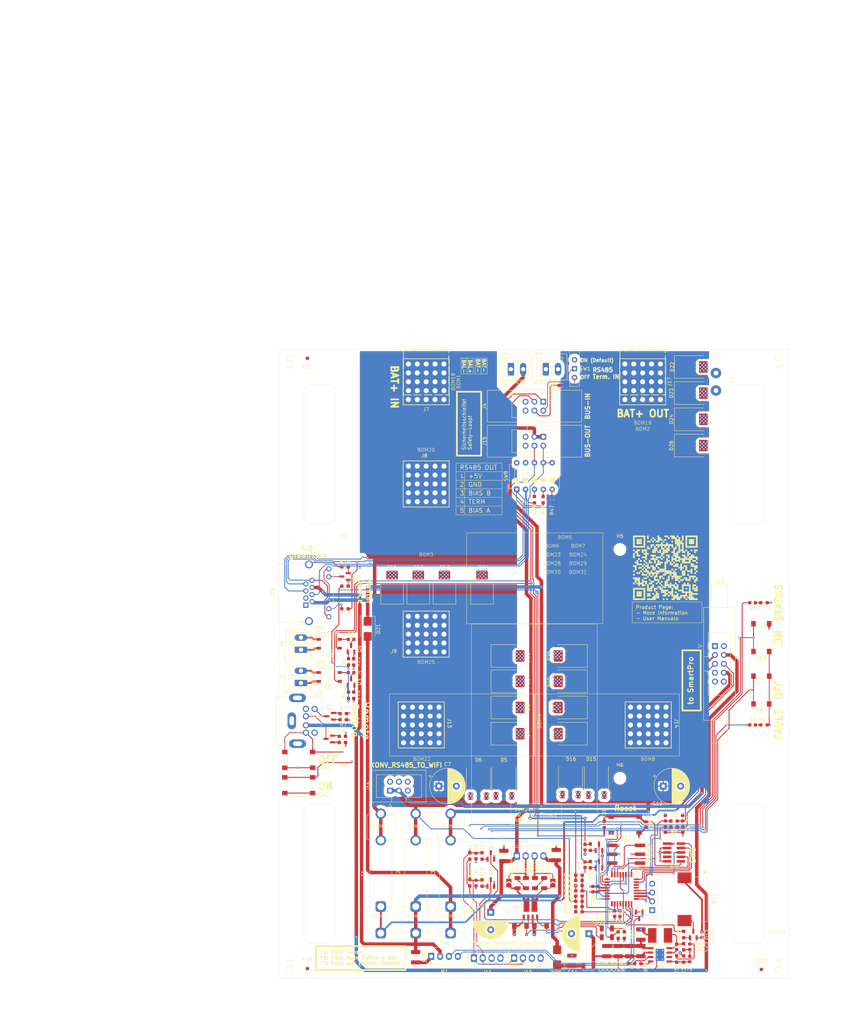
<source format=kicad_pcb>
(kicad_pcb
	(version 20241229)
	(generator "pcbnew")
	(generator_version "9.0")
	(general
		(thickness 1.627)
		(legacy_teardrops no)
	)
	(paper "A3" portrait)
	(layers
		(0 "F.Cu" signal)
		(4 "In1.Cu" signal)
		(6 "In2.Cu" signal)
		(8 "In3.Cu" signal)
		(10 "In4.Cu" signal)
		(2 "B.Cu" signal)
		(9 "F.Adhes" user "F.Adhesive")
		(11 "B.Adhes" user "B.Adhesive")
		(13 "F.Paste" user)
		(15 "B.Paste" user)
		(5 "F.SilkS" user "F.Silkscreen")
		(7 "B.SilkS" user "B.Silkscreen")
		(1 "F.Mask" user)
		(3 "B.Mask" user)
		(17 "Dwgs.User" user "User.Drawings")
		(19 "Cmts.User" user "User.Comments")
		(21 "Eco1.User" user "User.Eco1")
		(23 "Eco2.User" user "User.Eco2")
		(25 "Edge.Cuts" user)
		(27 "Margin" user)
		(31 "F.CrtYd" user "F.Courtyard")
		(29 "B.CrtYd" user "B.Courtyard")
		(35 "F.Fab" user)
		(33 "B.Fab" user)
		(39 "User.1" user)
		(41 "User.2" user)
		(43 "User.3" user)
		(45 "User.4" user)
		(47 "User.5" user)
		(49 "User.6" user)
		(51 "User.7" user)
		(53 "User.8" user)
		(55 "User.9" user)
	)
	(setup
		(stackup
			(layer "F.SilkS"
				(type "Top Silk Screen")
			)
			(layer "F.Paste"
				(type "Top Solder Paste")
			)
			(layer "F.Mask"
				(type "Top Solder Mask")
				(thickness 0.01)
			)
			(layer "F.Cu"
				(type "copper")
				(thickness 0.07)
			)
			(layer "dielectric 1"
				(type "prepreg")
				(thickness 0.1)
				(material "FR4")
				(epsilon_r 4.5)
				(loss_tangent 0.02)
			)
			(layer "In1.Cu"
				(type "copper")
				(thickness 0.07)
			)
			(layer "dielectric 2"
				(type "core")
				(thickness 0.4785)
				(material "FR4")
				(epsilon_r 4.5)
				(loss_tangent 0.02)
			)
			(layer "In2.Cu"
				(type "copper")
				(thickness 0.07)
			)
			(layer "dielectric 3"
				(type "prepreg")
				(thickness 0.1)
				(material "FR4")
				(epsilon_r 4.5)
				(loss_tangent 0.02)
			)
			(layer "In3.Cu"
				(type "copper")
				(thickness 0.035)
			)
			(layer "dielectric 4"
				(type "core")
				(thickness 0.4785)
				(material "FR4")
				(epsilon_r 4.5)
				(loss_tangent 0.02)
			)
			(layer "In4.Cu"
				(type "copper")
				(thickness 0.035)
			)
			(layer "dielectric 5"
				(type "prepreg")
				(thickness 0.1)
				(material "FR4")
				(epsilon_r 4.5)
				(loss_tangent 0.02)
			)
			(layer "B.Cu"
				(type "copper")
				(thickness 0.07)
			)
			(layer "B.Mask"
				(type "Bottom Solder Mask")
				(thickness 0.01)
			)
			(layer "B.Paste"
				(type "Bottom Solder Paste")
			)
			(layer "B.SilkS"
				(type "Bottom Silk Screen")
			)
			(copper_finish "None")
			(dielectric_constraints no)
		)
		(pad_to_mask_clearance 0)
		(allow_soldermask_bridges_in_footprints no)
		(tenting front back)
		(aux_axis_origin 100 120)
		(grid_origin 173 120)
		(pcbplotparams
			(layerselection 0x00000000_00000000_55555555_5755f5ff)
			(plot_on_all_layers_selection 0x00000000_00000000_00000000_00000000)
			(disableapertmacros no)
			(usegerberextensions no)
			(usegerberattributes yes)
			(usegerberadvancedattributes yes)
			(creategerberjobfile yes)
			(dashed_line_dash_ratio 12.000000)
			(dashed_line_gap_ratio 3.000000)
			(svgprecision 4)
			(plotframeref no)
			(mode 1)
			(useauxorigin no)
			(hpglpennumber 1)
			(hpglpenspeed 20)
			(hpglpendiameter 15.000000)
			(pdf_front_fp_property_popups yes)
			(pdf_back_fp_property_popups yes)
			(pdf_metadata yes)
			(pdf_single_document no)
			(dxfpolygonmode yes)
			(dxfimperialunits yes)
			(dxfusepcbnewfont yes)
			(psnegative no)
			(psa4output no)
			(plot_black_and_white yes)
			(sketchpadsonfab no)
			(plotpadnumbers no)
			(hidednponfab no)
			(sketchdnponfab yes)
			(crossoutdnponfab yes)
			(subtractmaskfromsilk no)
			(outputformat 1)
			(mirror no)
			(drillshape 1)
			(scaleselection 1)
			(outputdirectory "")
		)
	)
	(net 0 "")
	(net 1 "GND")
	(net 2 "VCC")
	(net 3 "Net-(Q3-B)")
	(net 4 "/RESET")
	(net 5 "/SET")
	(net 6 "/Ub_FUSED")
	(net 7 "Net-(D3-K)")
	(net 8 "/BMS_OK")
	(net 9 "Net-(Q4-B)")
	(net 10 "/B")
	(net 11 "/A")
	(net 12 "/BTN_ON")
	(net 13 "/BTN_OFF")
	(net 14 "/control/SWCLK")
	(net 15 "Net-(Q5-B)")
	(net 16 "/control/SWDIO")
	(net 17 "Net-(Q1-B)")
	(net 18 "/LVP")
	(net 19 "/OVP")
	(net 20 "Net-(Q2-B)")
	(net 21 "Net-(Q6-B)")
	(net 22 "/LED_ERROR")
	(net 23 "/LED_ON")
	(net 24 "/BMS_OK_PROTECTED")
	(net 25 "/control/R2")
	(net 26 "/control/R1")
	(net 27 "/control/BTN_OFF")
	(net 28 "/control/BTN_ON")
	(net 29 "Net-(BZ1--)")
	(net 30 "/~{OC_FAULT}")
	(net 31 "/LVP_IN")
	(net 32 "/OVP_IN")
	(net 33 "Net-(D4-K)")
	(net 34 "/control/RELAIS_RESET")
	(net 35 "/control/RELAIS_SET")
	(net 36 "Net-(J20-~{RESET})")
	(net 37 "Net-(J12-Pin_3)")
	(net 38 "/BAT+_IN")
	(net 39 "/BAT+_SI")
	(net 40 "/BAT+_OUT")
	(net 41 "/B_OUT")
	(net 42 "/A_OUT")
	(net 43 "/GND_OUT")
	(net 44 "/+5V_OUT")
	(net 45 "/~{OC_FAULT_PROTECTED}")
	(net 46 "/VCC_FROM_SmartPro")
	(net 47 "Net-(Q1-C)")
	(net 48 "Net-(D28-K)")
	(net 49 "Net-(Q1-E)")
	(net 50 "Net-(Q4-E)")
	(net 51 "Net-(U3-VIN)")
	(net 52 "unconnected-(J4-Pin_5-Pad5)")
	(net 53 "Net-(U3-BST)")
	(net 54 "Net-(U3-SW)")
	(net 55 "Net-(C24-Pad1)")
	(net 56 "Net-(U3-FB)")
	(net 57 "Net-(D1-K)")
	(net 58 "Net-(Q12-B)")
	(net 59 "Net-(D1-A)")
	(net 60 "Net-(D2-K)")
	(net 61 "Net-(D2-A)")
	(net 62 "Net-(D21-K)")
	(net 63 "Net-(D21-A)")
	(net 64 "/control/ADC1_IN3_U_IN")
	(net 65 "/control/ADC1_IN4_U_OUT")
	(net 66 "/control/USART1_TX")
	(net 67 "/control/USART1_RX")
	(net 68 "/control/FAN_TACHO")
	(net 69 "Net-(M1-PWM)")
	(net 70 "unconnected-(J4-Pin_6-Pad6)")
	(net 71 "/control/FAN_PWM")
	(net 72 "/control/buzzer")
	(net 73 "Net-(J6-Pin_1)")
	(net 74 "Net-(J6-Pin_2)")
	(net 75 "Net-(J5-Pin_1)")
	(net 76 "Net-(J5-Pin_2)")
	(net 77 "unconnected-(J11-Pin_4-Pad4)")
	(net 78 "unconnected-(J11-Pin_3-Pad3)")
	(net 79 "unconnected-(J10-Pin_4-Pad4)")
	(net 80 "unconnected-(J10-Pin_3-Pad3)")
	(net 81 "5V3_FROM_SmartPro")
	(net 82 "Net-(J18-Pin_2)")
	(net 83 "Net-(J18-Pin_3)")
	(net 84 "Net-(J19-Pad10)")
	(net 85 "Net-(Q10-C)")
	(net 86 "unconnected-(J20-KEY-Pad7)")
	(net 87 "Net-(JP1-A)")
	(net 88 "Net-(JP2-A)")
	(net 89 "Net-(Q2-C)")
	(net 90 "Net-(Q2-E)")
	(net 91 "Net-(Q3-E)")
	(net 92 "Net-(Q7-B)")
	(net 93 "Net-(Q8-B)")
	(net 94 "Net-(Q10-E)")
	(net 95 "Net-(Q10-B)")
	(net 96 "Net-(SW1-A)")
	(net 97 "Net-(R24-Pad2)")
	(net 98 "Net-(R26-Pad2)")
	(net 99 "Net-(U3-EN{slash}UVLO)")
	(net 100 "Net-(U3-RON)")
	(net 101 "unconnected-(SW1-C-Pad2)")
	(net 102 "Net-(U4-PB7)")
	(net 103 "Net-(U4-PB8)")
	(net 104 "Net-(U4-PB9)")
	(net 105 "Net-(U4-PB6)")
	(net 106 "unconnected-(U3-PGOOD-Pad6)")
	(net 107 "unconnected-(U4-PA5-Pad12)")
	(net 108 "unconnected-(U4-PA2-Pad9)")
	(net 109 "unconnected-(U4-PA11-Pad22)")
	(net 110 "Net-(R47-Pad2)")
	(net 111 "Net-(R48-Pad2)")
	(net 112 "Net-(R49-Pad2)")
	(net 113 "unconnected-(U4-PA10-Pad21)")
	(footprint "Package_SO:SO-4_4.4x4.3mm_P2.54mm" (layer "F.Cu") (at 114.25 213.75 180))
	(footprint "myBOM:BOM_PART_2x2mm" (layer "F.Cu") (at 204 129.25))
	(footprint "Capacitor_SMD:C_0603_1608Metric" (layer "F.Cu") (at 187.5 267.5 90))
	(footprint "myConnector:IDC-Header_2x03_P2.54mm_Vertical_latch" (layer "F.Cu") (at 175.54 145 -90))
	(footprint "Resistor_SMD:R_0603_1608Metric_Pad0.98x0.95mm_HandSolder" (layer "F.Cu") (at 181 130.25))
	(footprint "Connector:FanPinHeader_1x04_P2.54mm_Vertical" (layer "F.Cu") (at 143.45 293.75))
	(footprint "Diode_SMD:D_SMC" (layer "F.Cu") (at 158 188 90))
	(footprint "Capacitor_SMD:C_0603_1608Metric" (layer "F.Cu") (at 187.5 262.5 90))
	(footprint "LED_SMD:LED_0603_1608Metric" (layer "F.Cu") (at 120.5 203 180))
	(footprint "myPackage_SO:HSOP-8-1EP_3.9x4.9mm_P1.27mm_EP2.41x3.1mm_ThermalVias_0.3mm" (layer "F.Cu") (at 208.955 293.3))
	(footprint "Capacitor_SMD:C_0603_1608Metric" (layer "F.Cu") (at 156.25 272.75 90))
	(footprint "Fiducial:Fiducial_1mm_Mask3mm" (layer "F.Cu") (at 108 297.25))
	(footprint "Package_TO_SOT_SMD:SOT-23" (layer "F.Cu") (at 120.5 205.675 90))
	(footprint "Resistor_SMD:R_1206_3216Metric" (layer "F.Cu") (at 170.57 272.775 -90))
	(footprint "myBOM:BOM_PART_2x2mm" (layer "F.Cu") (at 139 265))
	(footprint "myWürthSHFU:WP-SHFU_7461098_HAL_gewinkelt" (layer "F.Cu") (at 204 129.25))
	(footprint "Resistor_SMD:R_0603_1608Metric_Pad0.98x0.95mm_HandSolder" (layer "F.Cu") (at 185.75 273.5))
	(footprint "Resistor_SMD:R_0603_1608Metric_Pad0.98x0.95mm_HandSolder" (layer "F.Cu") (at 198.75 287.6625 -90))
	(footprint "Connector_Phoenix_MC:PhoenixContact_MCV_1,5_2-G-3.5_1x02_P3.50mm_Vertical" (layer "F.Cu") (at 166.2675 125.6425))
	(footprint "Connector_Phoenix_MC:PhoenixContact_MCV_1,5_2-G-3.5_1x02_P3.50mm_Vertical" (layer "F.Cu") (at 106.1425 205.9825 90))
	(footprint "Capacitor_SMD:C_1210_3225Metric" (layer "F.Cu") (at 179.25 264.75 90))
	(footprint "Resistor_SMD:R_1206_3216Metric" (layer "F.Cu") (at 193.75 288.25 180))
	(footprint "Resistor_SMD:R_0603_1608Metric_Pad0.98x0.95mm_HandSolder" (layer "F.Cu") (at 173 163 90))
	(footprint "Resistor_SMD:R_0603_1608Metric_Pad0.98x0.95mm_HandSolder" (layer "F.Cu") (at 238.75 192.5))
	(footprint "LED_SMD:LED_0603_1608Metric" (layer "F.Cu") (at 120.5 212.5 180))
	(footprint "Resistor_SMD:R_0603_1608Metric_Pad0.98x0.95mm_HandSolder" (layer "F.Cu") (at 118.75 182.25 180))
	(footprint "Resistor_SMD:R_0603_1608Metric_Pad0.98x0.95mm_HandSolder" (layer "F.Cu") (at 118.25 224.25))
	(footprint "Capacitor_SMD:C_1210_3225Metric" (layer "F.Cu") (at 139 294 -90))
	(footprint "myBOM:BOM_PART_2x2mm" (layer "F.Cu") (at 242.5 288.25))
	(footprint "Resistor_SMD:R_0603_1608Metric_Pad0.98x0.95mm_HandSolder" (layer "F.Cu") (at 175.5 163 90))
	(footprint "Resistor_SMD:R_0603_1608Metric_Pad0.98x0.95mm_HandSolder" (layer "F.Cu") (at 200 296.75 -90))
	(footprint "Resistor_SMD:R_1206_3216Metric"
		(layer "F.Cu")
		(uuid "25121424-856e-449e-b4e8-d5b59ad5d4eb")
		(at 175.77 272.775 -90)
		(descr "Resistor SMD 1206 (3216 Metric), square (rectangular) end terminal, IPC-7351 nominal, (Body size source: IPC-SM-782 page 72, https://www.pcb-3d.com/wordpress/wp-content/uploads/ipc-sm-782a_amendment_1_and_2.pdf), generated with kicad-footprint-generator")
		(tags "resistor")
		(property "Reference" "R25"
			(at -3.525 -0.48 0)
			(layer "F.SilkS")
			(uuid "3e8e9a9f-1d4e-4286-a91b-6f3b1ead1687")
			(effects
				(font
					(size 1 1)
					(thickness 0.15)
				)
			)
		)
		(property "Value" "10R"
			(at 0 1.82 90)
			(layer "F.Fab")
			(uuid "e4e15150-ec31-423a-9fb3-808893298f0e")
			(effects
				(font
					(size 1 1)
					(thickness 0.15)
				)
			)
		)
		(property "Datasheet" "~"
			(at 0 0 270)
			(unlocked yes)
			(layer "F.Fab")
			(hide yes)
			(uuid "ede6b443-57ec-4fb8-a177-f3bc9ef31e02")
			(effects
				(font
					(size 1.27 1.27)
					(thickness 0.15)
				)
			)
		)
		(property "Description" "10R0 0,25W 1% 1206 SMD"
			(at 0 0 270)
			(unlocked yes)
			(layer "F.Fab")
			(hide yes)
			(uuid "2be2fb82-e03d-437f-b9f9-a3a601e02761")
			(effects
				(font
					(size 1.27 1.27)
					(thickness 0.15)
				)
			)
		)
		(property "ECS Art#" "R558"
			(at 0 0 270)
			(unlocked yes)
			(layer "F.Fab")
			(hide yes)
			(uuid "aa74e255-3960-4497-b331-312fb160ba75")
			(effects
				(font
					(size 1 1)
					(thickness 0.15)
				)
			)
		)
		(property "HAN" "RC3216F10R0CS"
			(at 0 0 270)
			(unlocked yes)
			(layer "F.Fab")
			(hide yes)
			(uuid "4e2503d0-3ba1-4423-95e7-e2c0a209c0b2")
			(effects
				(font
					(size 1 1)
					(thickness 0.15)
				)
			)
		)
		(property "Hersteller" "SAMSUNG"
			(at 0 0 270)
			(unlocked yes)
			(layer "F.Fab")
			(hide yes)
			(uuid "c6bac0f5-0a1e-4e80-8bb8-4897f3dcd060")
			(effects
				(font
					(size 1 1)
					(thickness 0.15)
				)
			)
		)
		(property ki_fp_filters "R_*")
		(path "/3e96ffbd-df63-45c2-8c36-01602aa3ef79")
		(sheetname "/")
		(sheetfile "powerPro.kicad_sch")
... [2592686 chars truncated]
</source>
